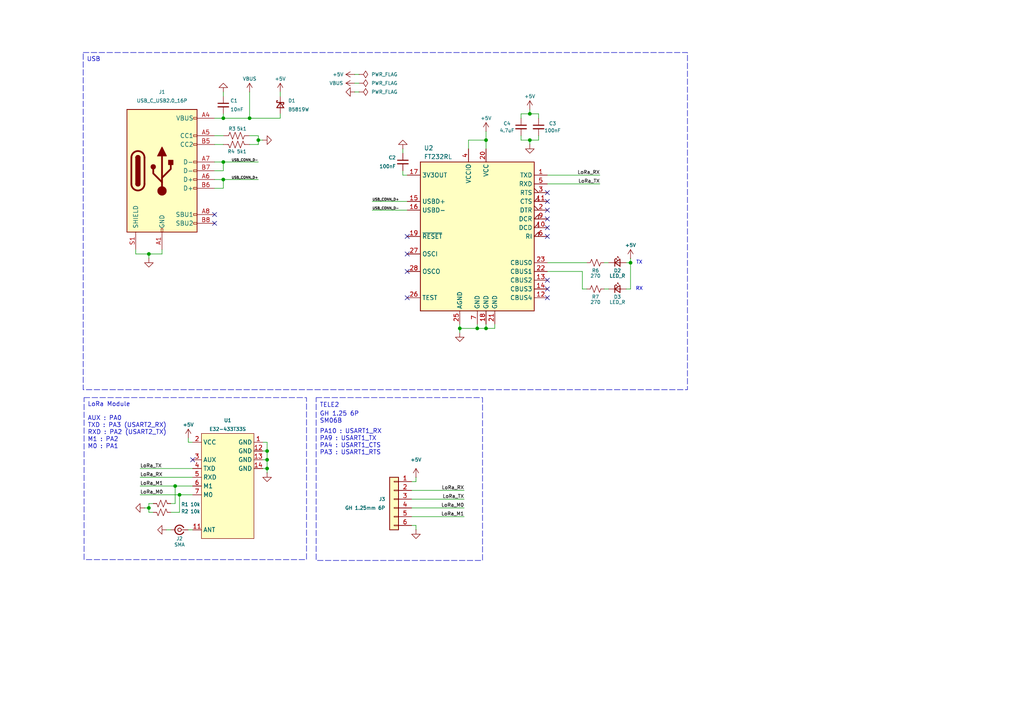
<source format=kicad_sch>
(kicad_sch (version 20250114) (generator "eeschema") (generator_version "9.0")
  (paper "A4")
  (title_block (title "LoRa TM") (date "2025-08-31") (rev "v3.0") (company "NARAE") (comment 1 "INHA Univ. Areo-modelling Club") (comment 2 "2025 UAV Project"))
  (lib_symbols
    (symbol "Connector:Conn_Coaxial_Small" (pin_numbers (hide yes)) (pin_names (offset 1.016) (hide yes))
      (property "Reference" "J" (at 0.254 3.048 0))
      (property "Value" "Conn_Coaxial_Small" (at 0 -3.81 0))
      (symbol "Conn_Coaxial_Small_0_1"
        (polyline (pts (xy -2.54 0) (xy -0.508 0)))
        (circle (center 0 0) (radius 0.508) (stroke (width 0.2032)))
      )
      (symbol "Conn_Coaxial_Small_1_1"
        (arc (start 1.3484 0.0039) (mid 0.327 -1.308) (end -1.1916 -0.6311) (stroke (width 0.3048)))
        (arc (start -1.1916 0.6311) (mid 0.327 1.3081) (end 1.3484 -0.0039) (stroke (width 0.3048)))
        (pin passive line (at -2.54 0 0) (length 1.27) (name "In") (number "1"))
        (pin passive line (at 2.54 0 180) (length 1.27) (name "Ext") (number "2"))
      )
    )
    (symbol "Connector:USB_C_Receptacle_USB2.0_16P" (pin_names (offset 1.016))
      (property "Reference" "J" (at 0 22.225 0))
      (property "Value" "USB_C_Receptacle_USB2.0_16P" (at 0 19.685 0))
      (symbol "USB_C_Receptacle_USB2.0_16P_0_0"
        (rectangle (start -0.254 -17.78) (end 0.254 -16.764))
        (rectangle (start 10.16 15.494) (end 9.144 14.986))
        (rectangle (start 10.16 10.414) (end 9.144 9.906))
        (rectangle (start 10.16 7.874) (end 9.144 7.366))
        (rectangle (start 10.16 2.794) (end 9.144 2.286))
        (rectangle (start 10.16 0.254) (end 9.144 -0.254))
        (rectangle (start 10.16 -2.286) (end 9.144 -2.794))
        (rectangle (start 10.16 -4.826) (end 9.144 -5.334))
        (rectangle (start 10.16 -12.446) (end 9.144 -12.954))
        (rectangle (start 10.16 -14.986) (end 9.144 -15.494))
      )
      (symbol "USB_C_Receptacle_USB2.0_16P_0_1"
        (rectangle (start -10.16 17.78) (end 10.16 -17.78) (stroke (width 0.254)) (fill (type background)))
        (polyline (pts (xy -8.89 -3.81) (xy -8.89 3.81)) (stroke (width 0.508)))
        (rectangle (start -7.62 -3.81) (end -6.35 3.81) (stroke (width 0.254)) (fill (type outline)))
        (arc (start -7.62 3.81) (mid -6.985 4.4423) (end -6.35 3.81) (stroke (width 0.254)))
        (arc (start -7.62 3.81) (mid -6.985 4.4423) (end -6.35 3.81) (stroke (width 0.254)) (fill (type outline)))
        (arc (start -8.89 3.81) (mid -6.985 5.7067) (end -5.08 3.81) (stroke (width 0.508)))
        (arc (start -5.08 -3.81) (mid -6.985 -5.7067) (end -8.89 -3.81) (stroke (width 0.508)))
        (arc (start -6.35 -3.81) (mid -6.985 -4.4423) (end -7.62 -3.81) (stroke (width 0.254)))
        (arc (start -6.35 -3.81) (mid -6.985 -4.4423) (end -7.62 -3.81) (stroke (width 0.254)) (fill (type outline)))
        (polyline (pts (xy -5.08 3.81) (xy -5.08 -3.81)) (stroke (width 0.508)))
        (circle (center -2.54 1.143) (radius 0.635) (stroke (width 0.254)) (fill (type outline)))
        (polyline (pts (xy -1.27 4.318) (xy 0 6.858) (xy 1.27 4.318) (xy -1.27 4.318)) (stroke (width 0.254)) (fill (type outline)))
        (polyline (pts (xy 0 -2.032) (xy 2.54 0.508) (xy 2.54 1.778)) (stroke (width 0.508)))
        (polyline (pts (xy 0 -3.302) (xy -2.54 -0.762) (xy -2.54 0.508)) (stroke (width 0.508)))
        (polyline (pts (xy 0 -5.842) (xy 0 4.318)) (stroke (width 0.508)))
        (circle (center 0 -5.842) (radius 1.27) (fill (type outline)))
        (rectangle (start 1.905 1.778) (end 3.175 3.048) (stroke (width 0.254)) (fill (type outline)))
      )
      (symbol "USB_C_Receptacle_USB2.0_16P_1_1"
        (pin passive line (at -7.62 -22.86 90) (length 5.08) (name "SHIELD") (number "S1"))
        (pin passive line (at 0 -22.86 90) (length 5.08) (name "GND") (number "A1"))
        (pin passive line (at 0 -22.86 90) (length 5.08) (hide yes) (name "GND") (number "A12"))
        (pin passive line (at 0 -22.86 90) (length 5.08) (hide yes) (name "GND") (number "B1"))
        (pin passive line (at 0 -22.86 90) (length 5.08) (hide yes) (name "GND") (number "B12"))
        (pin passive line (at 15.24 15.24 180) (length 5.08) (name "VBUS") (number "A4"))
        (pin passive line (at 15.24 15.24 180) (length 5.08) (hide yes) (name "VBUS") (number "A9"))
        (pin passive line (at 15.24 15.24 180) (length 5.08) (hide yes) (name "VBUS") (number "B4"))
        (pin passive line (at 15.24 15.24 180) (length 5.08) (hide yes) (name "VBUS") (number "B9"))
        (pin bidirectional line (at 15.24 10.16 180) (length 5.08) (name "CC1") (number "A5"))
        (pin bidirectional line (at 15.24 7.62 180) (length 5.08) (name "CC2") (number "B5"))
        (pin bidirectional line (at 15.24 2.54 180) (length 5.08) (name "D-") (number "A7"))
        (pin bidirectional line (at 15.24 0 180) (length 5.08) (name "D-") (number "B7"))
        (pin bidirectional line (at 15.24 -2.54 180) (length 5.08) (name "D+") (number "A6"))
        (pin bidirectional line (at 15.24 -5.08 180) (length 5.08) (name "D+") (number "B6"))
        (pin bidirectional line (at 15.24 -12.7 180) (length 5.08) (name "SBU1") (number "A8"))
        (pin bidirectional line (at 15.24 -15.24 180) (length 5.08) (name "SBU2") (number "B8"))
      )
    )
    (symbol "Connector_Generic:Conn_01x06" (pin_names (offset 1.016) (hide yes))
      (property "Reference" "J" (at 0 7.62 0))
      (property "Value" "Conn_01x06" (at 0 -10.16 0))
      (symbol "Conn_01x06_1_1"
        (rectangle (start -1.27 6.35) (end 1.27 -8.89) (stroke (width 0.254)) (fill (type background)))
        (rectangle (start -1.27 5.207) (end 0 4.953) (stroke (width 0.1524)))
        (rectangle (start -1.27 2.667) (end 0 2.413) (stroke (width 0.1524)))
        (rectangle (start -1.27 0.127) (end 0 -0.127) (stroke (width 0.1524)))
        (rectangle (start -1.27 -2.413) (end 0 -2.667) (stroke (width 0.1524)))
        (rectangle (start -1.27 -4.953) (end 0 -5.207) (stroke (width 0.1524)))
        (rectangle (start -1.27 -7.493) (end 0 -7.747) (stroke (width 0.1524)))
        (pin passive line (at -5.08 5.08 0) (length 3.81) (name "Pin_1") (number "1"))
        (pin passive line (at -5.08 2.54 0) (length 3.81) (name "Pin_2") (number "2"))
        (pin passive line (at -5.08 0 0) (length 3.81) (name "Pin_3") (number "3"))
        (pin passive line (at -5.08 -2.54 0) (length 3.81) (name "Pin_4") (number "4"))
        (pin passive line (at -5.08 -5.08 0) (length 3.81) (name "Pin_5") (number "5"))
        (pin passive line (at -5.08 -7.62 0) (length 3.81) (name "Pin_6") (number "6"))
      )
    )
    (symbol "Device:C_Small" (pin_numbers (hide yes)) (pin_names (offset 0.254) (hide yes))
      (property "Reference" "C" (at 0.254 1.778 0))
      (property "Value" "C_Small" (at 0.254 -2.032 0))
      (symbol "C_Small_0_1"
        (polyline (pts (xy -1.524 0.508) (xy 1.524 0.508)) (stroke (width 0.3048)))
        (polyline (pts (xy -1.524 -0.508) (xy 1.524 -0.508)) (stroke (width 0.3302)))
      )
      (symbol "C_Small_1_1"
        (pin passive line (at 0 2.54 270) (length 2.032) (name "~") (number "1"))
        (pin passive line (at 0 -2.54 90) (length 2.032) (name "~") (number "2"))
      )
    )
    (symbol "Device:D_Schottky_Small" (pin_numbers (hide yes)) (pin_names (offset 0.254) (hide yes))
      (property "Reference" "D" (at -1.27 2.032 0))
      (property "Value" "D_Schottky_Small" (at -7.112 -2.032 0))
      (symbol "D_Schottky_Small_0_1"
        (polyline (pts (xy -1.27 0.762) (xy -1.27 1.016) (xy -0.762 1.016) (xy -0.762 -1.016) (xy -0.254 -1.016) (xy -0.254 -0.762)) (stroke (width 0.254)))
        (polyline (pts (xy -0.762 0) (xy 0.762 0)))
        (polyline (pts (xy 0.762 -1.016) (xy -0.762 0) (xy 0.762 1.016) (xy 0.762 -1.016)) (stroke (width 0.254)))
      )
      (symbol "D_Schottky_Small_1_1"
        (pin passive line (at -2.54 0 0) (length 1.778) (name "K") (number "1"))
        (pin passive line (at 2.54 0 180) (length 1.778) (name "A") (number "2"))
      )
    )
    (symbol "Device:LED_Small" (pin_numbers (hide yes)) (pin_names (offset 0.254) (hide yes))
      (property "Reference" "D" (at -1.27 3.175 0))
      (property "Value" "LED_Small" (at -4.445 -2.54 0))
      (symbol "LED_Small_0_1"
        (polyline (pts (xy -0.762 -1.016) (xy -0.762 1.016)) (stroke (width 0.254)))
        (polyline (pts (xy 0 0.762) (xy -0.508 1.27) (xy -0.254 1.27) (xy -0.508 1.27) (xy -0.508 1.016)))
        (polyline (pts (xy 0.508 1.27) (xy 0 1.778) (xy 0.254 1.778) (xy 0 1.778) (xy 0 1.524)))
        (polyline (pts (xy 0.762 -1.016) (xy -0.762 0) (xy 0.762 1.016) (xy 0.762 -1.016)) (stroke (width 0.254)))
        (polyline (pts (xy 1.016 0) (xy -0.762 0)))
      )
      (symbol "LED_Small_1_1"
        (pin passive line (at -2.54 0 0) (length 1.778) (name "K") (number "1"))
        (pin passive line (at 2.54 0 180) (length 1.778) (name "A") (number "2"))
      )
    )
    (symbol "Device:R_Small_US" (pin_numbers (hide yes)) (pin_names (offset 0.254) (hide yes))
      (property "Reference" "R" (at 0.762 0.508 0))
      (property "Value" "R_Small_US" (at 0.762 -1.016 0))
      (symbol "R_Small_US_1_1"
        (polyline (pts (xy 0 1.524) (xy 1.016 1.143) (xy 0 0.762) (xy -1.016 0.381) (xy 0 0)))
        (polyline (pts (xy 0 0) (xy 1.016 -0.381) (xy 0 -0.762) (xy -1.016 -1.143) (xy 0 -1.524)))
        (pin passive line (at 0 2.54 270) (length 1.016) (name "~") (number "1"))
        (pin passive line (at 0 -2.54 90) (length 1.016) (name "~") (number "2"))
      )
    )
    (symbol "Device:R_US" (pin_numbers (hide yes)) (pin_names (offset 0))
      (property "Reference" "R" (at 2.54 0 90))
      (property "Value" "R_US" (at -2.54 0 90))
      (symbol "R_US_0_1"
        (polyline (pts (xy 0 2.286) (xy 0 2.54)))
        (polyline (pts (xy 0 2.286) (xy 1.016 1.905) (xy 0 1.524) (xy -1.016 1.143) (xy 0 0.762)))
        (polyline (pts (xy 0 0.762) (xy 1.016 0.381) (xy 0 0) (xy -1.016 -0.381) (xy 0 -0.762)))
        (polyline (pts (xy 0 -0.762) (xy 1.016 -1.143) (xy 0 -1.524) (xy -1.016 -1.905) (xy 0 -2.286)))
        (polyline (pts (xy 0 -2.286) (xy 0 -2.54)))
      )
      (symbol "R_US_1_1"
        (pin passive line (at 0 3.81 270) (length 1.27) (name "~") (number "1"))
        (pin passive line (at 0 -3.81 90) (length 1.27) (name "~") (number "2"))
      )
    )
    (symbol "E32-XXXT33S:E32-433T33S"
      (property "Reference" "U" (at 0 19.304 0))
      (property "Value" "E32-433T33S" (at 0 16.764 0))
      (symbol "E32-433T33S_1_1"
        (rectangle (start -7.62 15.24) (end 7.62 -15.24) (fill (type background)))
        (pin power_in line (at -10.16 12.7 0) (length 2.54) (name "VCC") (number "2"))
        (pin bidirectional line (at -10.16 7.62 0) (length 2.54) (name "AUX") (number "3"))
        (pin bidirectional line (at -10.16 5.08 0) (length 2.54) (name "TXD") (number "4"))
        (pin bidirectional line (at -10.16 2.54 0) (length 2.54) (name "RXD") (number "5"))
        (pin bidirectional line (at -10.16 0 0) (length 2.54) (name "M1") (number "6"))
        (pin bidirectional line (at -10.16 -2.54 0) (length 2.54) (name "M0") (number "7"))
        (pin bidirectional line (at -10.16 -12.7 0) (length 2.54) (name "ANT") (number "11"))
        (pin power_in line (at 10.16 12.7 180) (length 2.54) (name "GND") (number "1"))
        (pin power_in line (at 10.16 10.16 180) (length 2.54) (name "GND") (number "12"))
        (pin power_in line (at 10.16 7.62 180) (length 2.54) (name "GND") (number "13"))
        (pin power_in line (at 10.16 5.08 180) (length 2.54) (name "GND") (number "14"))
        (pin no_connect line (at 10.16 2.54 180) (length 2.54) (hide yes) (name "PB0") (number "18"))
        (pin no_connect line (at 10.16 0 180) (length 2.54) (hide yes) (name "PB1") (number "19"))
        (pin no_connect line (at 10.16 -2.54 180) (length 2.54) (hide yes) (name "PB3") (number "20"))
        (pin no_connect line (at 10.16 -5.08 180) (length 2.54) (hide yes) (name "+3.3V") (number "21"))
        (pin no_connect line (at 10.16 -7.62 180) (length 2.54) (hide yes) (name "SWIM") (number "22"))
        (pin no_connect line (at 10.16 -10.16 180) (length 2.54) (hide yes) (name "GND") (number "23"))
        (pin no_connect line (at 10.16 -12.7 180) (length 2.54) (hide yes) (name "RESET") (number "24"))
      )
    )
    (symbol "Interface_USB:FT232RL"
      (property "Reference" "U" (at -16.51 22.86 0))
      (property "Value" "FT232RL" (at 10.16 22.86 0))
      (symbol "FT232RL_0_1"
        (rectangle (start -16.51 21.59) (end 16.51 -21.59) (stroke (width 0.254)) (fill (type background)))
      )
      (symbol "FT232RL_1_1"
        (pin power_out line (at -20.32 17.78 0) (length 3.81) (name "3V3OUT") (number "17"))
        (pin bidirectional line (at -20.32 10.16 0) (length 3.81) (name "USBD+") (number "15"))
        (pin bidirectional line (at -20.32 7.62 0) (length 3.81) (name "USBD-") (number "16"))
        (pin input line (at -20.32 0 0) (length 3.81) (name "~{RESET}") (number "19"))
        (pin input line (at -20.32 -5.08 0) (length 3.81) (name "OSCI") (number "27"))
        (pin output line (at -20.32 -10.16 0) (length 3.81) (name "OSCO") (number "28"))
        (pin input line (at -20.32 -17.78 0) (length 3.81) (name "TEST") (number "26"))
        (pin power_in line (at -5.08 -25.4 90) (length 3.81) (name "AGND") (number "25"))
        (pin power_in line (at -2.54 25.4 270) (length 3.81) (name "VCCIO") (number "4"))
        (pin power_in line (at 0 -25.4 90) (length 3.81) (name "GND") (number "7"))
        (pin power_in line (at 2.54 25.4 270) (length 3.81) (name "VCC") (number "20"))
        (pin power_in line (at 2.54 -25.4 90) (length 3.81) (name "GND") (number "18"))
        (pin power_in line (at 5.08 -25.4 90) (length 3.81) (name "GND") (number "21"))
        (pin output line (at 20.32 17.78 180) (length 3.81) (name "TXD") (number "1"))
        (pin input line (at 20.32 15.24 180) (length 3.81) (name "RXD") (number "5"))
        (pin output output_low (at 20.32 12.7 180) (length 3.81) (name "RTS") (number "3"))
        (pin input input_low (at 20.32 10.16 180) (length 3.81) (name "CTS") (number "11"))
        (pin output output_low (at 20.32 7.62 180) (length 3.81) (name "DTR") (number "2"))
        (pin input input_low (at 20.32 5.08 180) (length 3.81) (name "DCR") (number "9"))
        (pin input input_low (at 20.32 2.54 180) (length 3.81) (name "DCD") (number "10"))
        (pin input input_low (at 20.32 0 180) (length 3.81) (name "RI") (number "6"))
        (pin bidirectional line (at 20.32 -7.62 180) (length 3.81) (name "CBUS0") (number "23"))
        (pin bidirectional line (at 20.32 -10.16 180) (length 3.81) (name "CBUS1") (number "22"))
        (pin bidirectional line (at 20.32 -12.7 180) (length 3.81) (name "CBUS2") (number "13"))
        (pin bidirectional line (at 20.32 -15.24 180) (length 3.81) (name "CBUS3") (number "14"))
        (pin bidirectional line (at 20.32 -17.78 180) (length 3.81) (name "CBUS4") (number "12"))
      )
    )
    (symbol "power:+5V" (power) (pin_numbers (hide yes)) (pin_names (offset 0) (hide yes))
      (property "Value" "+5V" (at 0 3.556 0))
      (symbol "+5V_0_1"
        (polyline (pts (xy -0.762 1.27) (xy 0 2.54)))
        (polyline (pts (xy 0 2.54) (xy 0.762 1.27)))
        (polyline (pts (xy 0 0) (xy 0 2.54)))
      )
      (symbol "+5V_1_1"
        (pin power_in line (at 0 0 90) (length 0) (name "~") (number "1"))
      )
    )
    (symbol "power:GND" (power) (pin_numbers (hide yes)) (pin_names (offset 0) (hide yes))
      (property "Value" "GND" (at 0 -3.81 0))
      (symbol "GND_0_1"
        (polyline (pts (xy 0 0) (xy 0 -1.27) (xy 1.27 -1.27) (xy 0 -2.54) (xy -1.27 -1.27) (xy 0 -1.27)))
      )
      (symbol "GND_1_1"
        (pin power_in line (at 0 0 270) (length 0) (name "~") (number "1"))
      )
    )
    (symbol "power:PWR_FLAG" (power) (pin_numbers (hide yes)) (pin_names (offset 0) (hide yes))
      (property "Value" "PWR_FLAG" (at 0 3.81 0))
      (symbol "PWR_FLAG_0_0"
        (pin power_out line (at 0 0 90) (length 0) (name "~") (number "1"))
      )
      (symbol "PWR_FLAG_0_1"
        (polyline (pts (xy 0 0) (xy 0 1.27) (xy -1.016 1.905) (xy 0 2.54) (xy 1.016 1.905) (xy 0 1.27)))
      )
    )
    (symbol "power:VBUS" (power) (pin_numbers (hide yes)) (pin_names (offset 0) (hide yes))
      (property "Value" "VBUS" (at 0 3.556 0))
      (symbol "VBUS_0_1"
        (polyline (pts (xy -0.762 1.27) (xy 0 2.54)))
        (polyline (pts (xy 0 2.54) (xy 0.762 1.27)))
        (polyline (pts (xy 0 0) (xy 0 2.54)))
      )
      (symbol "VBUS_1_1"
        (pin power_in line (at 0 0 90) (length 0) (name "~") (number "1"))
      )
    )
  )
  (rectangle (start 24.384 115.316) (end 88.9 162.306) (stroke (width 0) (type dash)))
  (rectangle (start 24.13 15.24) (end 199.39 113.03) (stroke (width 0) (type dash)))
  (rectangle (start 91.694 115.316) (end 139.954 162.56) (stroke (width 0) (type dash)))
  (text "RX" (at 185.42 83.82 0) (effects (font (size 1 1))))
  (text "TELE2" (at 92.71 116.84 0) (effects (font (size 1.27 1.27)) (justify left top)))
  (text "AUX : PA0\nTXD : PA3 (USART2_RX)\nRXD : PA2 (USART2_TX)\nM1 : PA2\nM0 : PA1" (at 25.4 120.65 0) (effects (font (size 1.27 1.27)) (justify left top)))
  (text "GH 1.25 6P\nSM06B" (at 92.71 119.38 0) (effects (font (size 1.27 1.27)) (justify left top)))
  (text "USB" (at 25.146 18.034 0) (effects (font (size 1.27 1.27)) (justify left bottom)))
  (text "PA10 : USART1_RX\nPA9 : USART1_TX\nPA4 : USART1_CTS\nPA3 : USART1_RTS" (at 92.71 124.46 0) (effects (font (size 1.27 1.27)) (justify left top)))
  (text "LoRa Module" (at 25.4 118.11 0) (effects (font (size 1.27 1.27)) (justify left bottom)))
  (text "TX" (at 185.42 76.2 0) (effects (font (size 1 1))))
  (junction (at 52.07 143.51))
  (junction (at 77.47 133.35))
  (junction (at 74.93 40.64))
  (junction (at 64.77 52.07))
  (junction (at 77.47 130.81))
  (junction (at 182.88 76.2))
  (junction (at 140.97 40.64))
  (junction (at 43.18 147.32))
  (junction (at 50.8 140.97))
  (junction (at 133.35 95.25))
  (junction (at 64.77 34.29))
  (junction (at 140.97 95.25))
  (junction (at 77.47 135.89))
  (junction (at 43.18 73.66))
  (junction (at 64.77 46.99))
  (junction (at 72.39 34.29))
  (junction (at 153.67 40.64))
  (junction (at 138.43 95.25))
  (junction (at 153.67 33.02))
  (no_connect (at 158.75 66.04))
  (no_connect (at 158.75 63.5))
  (no_connect (at 158.75 58.42))
  (no_connect (at 158.75 81.28))
  (no_connect (at 118.11 78.74))
  (no_connect (at 158.75 83.82))
  (no_connect (at 118.11 73.66))
  (no_connect (at 158.75 86.36))
  (no_connect (at 62.23 64.77))
  (no_connect (at 55.88 133.35))
  (no_connect (at 62.23 62.23))
  (no_connect (at 158.75 55.88))
  (no_connect (at 118.11 86.36))
  (no_connect (at 118.11 68.58))
  (no_connect (at 158.75 60.96))
  (no_connect (at 158.75 68.58))
  (wire (pts (xy 48.26 153.67) (xy 49.53 153.67)))
  (wire (pts (xy 77.47 135.89) (xy 77.47 137.16)))
  (wire (pts (xy 119.38 149.86) (xy 134.62 149.86)))
  (wire (pts (xy 76.2 128.27) (xy 77.47 128.27)))
  (wire (pts (xy 181.61 76.2) (xy 182.88 76.2)))
  (wire (pts (xy 151.13 39.37) (xy 151.13 40.64)))
  (wire (pts (xy 153.67 40.64) (xy 153.67 41.91)))
  (wire (pts (xy 62.23 54.61) (xy 64.77 54.61)))
  (wire (pts (xy 116.84 50.8) (xy 118.11 50.8)))
  (wire (pts (xy 140.97 40.64) (xy 140.97 43.18)))
  (wire (pts (xy 102.87 24.13) (xy 104.14 24.13)))
  (wire (pts (xy 72.39 41.91) (xy 74.93 41.91)))
  (wire (pts (xy 135.89 40.64) (xy 135.89 43.18)))
  (wire (pts (xy 168.91 78.74) (xy 168.91 83.82)))
  (wire (pts (xy 62.23 52.07) (xy 64.77 52.07)))
  (wire (pts (xy 151.13 33.02) (xy 153.67 33.02)))
  (wire (pts (xy 43.18 148.59) (xy 44.45 148.59)))
  (wire (pts (xy 76.2 130.81) (xy 77.47 130.81)))
  (wire (pts (xy 43.18 147.32) (xy 43.18 148.59)))
  (wire (pts (xy 52.07 148.59) (xy 52.07 143.51)))
  (wire (pts (xy 46.99 72.39) (xy 46.99 73.66)))
  (wire (pts (xy 119.38 142.24) (xy 134.62 142.24)))
  (wire (pts (xy 140.97 93.98) (xy 140.97 95.25)))
  (wire (pts (xy 138.43 93.98) (xy 138.43 95.25)))
  (wire (pts (xy 107.95 60.96) (xy 118.11 60.96)))
  (wire (pts (xy 143.51 93.98) (xy 143.51 95.25)))
  (wire (pts (xy 158.75 78.74) (xy 168.91 78.74)))
  (wire (pts (xy 76.2 135.89) (xy 77.47 135.89)))
  (wire (pts (xy 64.77 46.99) (xy 74.93 46.99)))
  (wire (pts (xy 62.23 39.37) (xy 64.77 39.37)))
  (wire (pts (xy 62.23 46.99) (xy 64.77 46.99)))
  (wire (pts (xy 173.99 50.8) (xy 158.75 50.8)))
  (wire (pts (xy 72.39 39.37) (xy 74.93 39.37)))
  (wire (pts (xy 77.47 130.81) (xy 77.47 128.27)))
  (wire (pts (xy 102.87 26.67) (xy 104.14 26.67)))
  (wire (pts (xy 77.47 135.89) (xy 77.47 133.35)))
  (wire (pts (xy 54.61 153.67) (xy 55.88 153.67)))
  (wire (pts (xy 81.28 33.02) (xy 81.28 34.29)))
  (wire (pts (xy 40.64 135.89) (xy 55.88 135.89)))
  (wire (pts (xy 173.99 53.34) (xy 158.75 53.34)))
  (wire (pts (xy 119.38 139.7) (xy 120.65 139.7)))
  (wire (pts (xy 81.28 26.67) (xy 81.28 27.94)))
  (wire (pts (xy 43.18 73.66) (xy 46.99 73.66)))
  (wire (pts (xy 40.64 138.43) (xy 55.88 138.43)))
  (wire (pts (xy 153.67 33.02) (xy 156.21 33.02)))
  (wire (pts (xy 133.35 93.98) (xy 133.35 95.25)))
  (wire (pts (xy 133.35 95.25) (xy 133.35 96.52)))
  (wire (pts (xy 156.21 33.02) (xy 156.21 34.29)))
  (wire (pts (xy 54.61 128.27) (xy 55.88 128.27)))
  (wire (pts (xy 77.47 133.35) (xy 77.47 130.81)))
  (wire (pts (xy 153.67 31.75) (xy 153.67 33.02)))
  (wire (pts (xy 138.43 95.25) (xy 140.97 95.25)))
  (wire (pts (xy 54.61 127) (xy 54.61 128.27)))
  (wire (pts (xy 64.77 46.99) (xy 64.77 49.53)))
  (wire (pts (xy 120.65 138.43) (xy 120.65 139.7)))
  (wire (pts (xy 64.77 34.29) (xy 72.39 34.29)))
  (wire (pts (xy 102.87 21.59) (xy 104.14 21.59)))
  (wire (pts (xy 72.39 26.67) (xy 72.39 34.29)))
  (wire (pts (xy 41.91 147.32) (xy 43.18 147.32)))
  (wire (pts (xy 170.18 83.82) (xy 168.91 83.82)))
  (wire (pts (xy 40.64 143.51) (xy 52.07 143.51)))
  (wire (pts (xy 107.95 58.42) (xy 118.11 58.42)))
  (wire (pts (xy 74.93 39.37) (xy 74.93 40.64)))
  (wire (pts (xy 62.23 49.53) (xy 64.77 49.53)))
  (wire (pts (xy 135.89 40.64) (xy 140.97 40.64)))
  (wire (pts (xy 49.53 146.05) (xy 50.8 146.05)))
  (wire (pts (xy 119.38 147.32) (xy 134.62 147.32)))
  (wire (pts (xy 182.88 76.2) (xy 182.88 83.82)))
  (wire (pts (xy 153.67 40.64) (xy 156.21 40.64)))
  (wire (pts (xy 39.37 72.39) (xy 39.37 73.66)))
  (wire (pts (xy 176.53 83.82) (xy 175.26 83.82)))
  (wire (pts (xy 50.8 140.97) (xy 55.88 140.97)))
  (wire (pts (xy 116.84 49.53) (xy 116.84 50.8)))
  (wire (pts (xy 74.93 40.64) (xy 76.2 40.64)))
  (wire (pts (xy 64.77 33.02) (xy 64.77 34.29)))
  (wire (pts (xy 119.38 152.4) (xy 120.65 152.4)))
  (wire (pts (xy 74.93 40.64) (xy 74.93 41.91)))
  (wire (pts (xy 62.23 34.29) (xy 64.77 34.29)))
  (wire (pts (xy 151.13 33.02) (xy 151.13 34.29)))
  (wire (pts (xy 62.23 41.91) (xy 64.77 41.91)))
  (wire (pts (xy 182.88 83.82) (xy 181.61 83.82)))
  (wire (pts (xy 76.2 133.35) (xy 77.47 133.35)))
  (wire (pts (xy 64.77 52.07) (xy 74.93 52.07)))
  (wire (pts (xy 39.37 73.66) (xy 43.18 73.66)))
  (wire (pts (xy 50.8 146.05) (xy 50.8 140.97)))
  (wire (pts (xy 64.77 26.67) (xy 64.77 27.94)))
  (wire (pts (xy 133.35 95.25) (xy 138.43 95.25)))
  (wire (pts (xy 156.21 39.37) (xy 156.21 40.64)))
  (wire (pts (xy 176.53 76.2) (xy 175.26 76.2)))
  (wire (pts (xy 182.88 74.93) (xy 182.88 76.2)))
  (wire (pts (xy 140.97 38.1) (xy 140.97 40.64)))
  (wire (pts (xy 140.97 95.25) (xy 143.51 95.25)))
  (wire (pts (xy 64.77 52.07) (xy 64.77 54.61)))
  (wire (pts (xy 72.39 34.29) (xy 81.28 34.29)))
  (wire (pts (xy 43.18 146.05) (xy 43.18 147.32)))
  (wire (pts (xy 116.84 43.18) (xy 116.84 44.45)))
  (wire (pts (xy 158.75 76.2) (xy 170.18 76.2)))
  (wire (pts (xy 44.45 146.05) (xy 43.18 146.05)))
  (wire (pts (xy 120.65 152.4) (xy 120.65 153.67)))
  (wire (pts (xy 49.53 148.59) (xy 52.07 148.59)))
  (wire (pts (xy 43.18 73.66) (xy 43.18 74.93)))
  (wire (pts (xy 52.07 143.51) (xy 55.88 143.51)))
  (wire (pts (xy 153.67 40.64) (xy 151.13 40.64)))
  (wire (pts (xy 119.38 144.78) (xy 134.62 144.78)))
  (wire (pts (xy 40.64 140.97) (xy 50.8 140.97)))
  (label "USB_CONN_D+" (at 107.95 58.42 0) (effects (font (size 0.7 0.7))))
  (label "USB_CONN_D-" (at 74.93 46.99 180) (effects (font (size 0.7 0.7))))
  (label "USB_CONN_D+" (at 74.93 52.07 180) (effects (font (size 0.7 0.7))))
  (label "LoRa_M1" (at 40.64 140.97 0) (effects (font (size 1 1))))
  (label "LoRa_TX" (at 134.62 144.78 180) (effects (font (size 1 1))))
  (label "LoRa_M1" (at 134.62 149.86 180) (effects (font (size 1 1))))
  (label "LoRa_RX" (at 40.64 138.43 0) (effects (font (size 1 1))))
  (label "LoRa_RX" (at 173.99 50.8 180) (effects (font (size 1 1))))
  (label "LoRa_TX" (at 40.64 135.89 0) (effects (font (size 1 1))))
  (label "USB_CONN_D-" (at 107.95 60.96 0) (effects (font (size 0.7 0.7))))
  (label "LoRa_RX" (at 134.62 142.24 180) (effects (font (size 1 1))))
  (label "LoRa_M0" (at 134.62 147.32 180) (effects (font (size 1 1))))
  (label "LoRa_TX" (at 173.99 53.34 180) (effects (font (size 1 1))))
  (label "LoRa_M0" (at 40.64 143.51 0) (effects (font (size 1 1))))
  (symbol (lib_id "power:GND") (at 77.47 137.16 0) (mirror y) (unit 1)
    (property "Reference" "#PWR08" (effects (hide yes)))
    (property "Value" "GND" (effects (hide yes)))
    (property "Description" "Power symbol creates a global label with name \"GND\" , ground" (effects (hide yes)))
  )
  (symbol (lib_id "Device:C_Small") (at 151.13 36.83 0) (mirror y) (unit 1)
    (property "Reference" "C4" (at 147.066 35.814 0) (effects (font (size 1 1))))
    (property "Value" "4.7uF" (at 147.066 37.846 0) (effects (font (size 1 1))))
    (property "Footprint" "Capacitor_SMD:C_0603_1608Metric" (effects (hide yes)))
    (property "Description" "Unpolarized capacitor, small symbol" (effects (hide yes)))
    (property "LCSC" "C1705" (effects (hide yes)))
  )
  (symbol (lib_id "Connector_Generic:Conn_01x06") (at 114.3 144.78 0) (mirror y) (unit 1)
    (property "Reference" "J3" (at 111.76 144.78 0) (effects (font (size 1 1)) (justify left)))
    (property "Value" "GH 1.25mm 6P" (at 111.76 147.32 0) (effects (font (size 1 1)) (justify left)))
    (property "Footprint" "JST_GH:JST_GH_SM06B-GHS-TB_06x1.25mm_Angled" (effects (hide yes)))
    (property "Description" "Generic connector, single row, 01x06, script generated (kicad-library-utils/schlib/autogen/connector/)" (effects (hide yes)))
    (property "LCSC" " C133065" (effects (hide yes)))
  )
  (symbol (lib_id "Device:LED_Small") (at 179.07 83.82 0) (unit 1)
    (property "Reference" "D3" (at 179.07 86.106 0) (effects (font (size 1 1))))
    (property "Value" "LED_R" (at 179.07 87.63 0) (effects (font (size 1 1))))
    (property "Footprint" "LED_SMD:LED_0603_1608Metric" (effects (hide yes)))
    (property "Description" "Light emitting diode, small symbol" (effects (hide yes)))
    (property "LCSC" "C2286" (effects (hide yes)))
    (property "Sim.Pin" "1=K 2=A" (effects (hide yes)))
  )
  (symbol (lib_id "power:+5V") (at 54.61 127 0) (mirror y) (unit 1)
    (property "Reference" "#PWR04" (effects (hide yes)))
    (property "Value" "+5V" (at 54.61 123.19 0) (effects (font (size 1 1))))
    (property "Description" "Power symbol creates a global label with name \"+5V\"" (effects (hide yes)))
  )
  (symbol (lib_id "Interface_USB:FT232RL") (at 138.43 68.58 0) (unit 1)
    (property "Reference" "U2" (at 122.936 42.926 0) (effects (justify left)))
    (property "Value" "FT232RL" (at 122.936 45.466 0) (effects (justify left)))
    (property "Footprint" "Package_SO:SSOP-28_5.3x10.2mm_P0.65mm" (effects (hide yes)))
    (property "Datasheet" "https://www.ftdichip.com/Support/Documents/DataSheets/ICs/DS_FT232R.pdf" (effects (hide yes)))
    (property "Description" "USB to Serial Interface, SSOP-28" (effects (hide yes)))
    (property "LCSC" " C8690" (effects (hide yes)))
  )
  (symbol (lib_id "Device:C_Small") (at 116.84 46.99 0) (mirror y) (unit 1)
    (property "Reference" "C2" (at 114.808 45.72 0) (effects (font (size 1 1)) (justify left)))
    (property "Value" "100nF" (at 114.808 48.26 0) (effects (font (size 1 1)) (justify left)))
    (property "Footprint" "Capacitor_SMD:C_0603_1608Metric" (effects (hide yes)))
    (property "Description" "Unpolarized capacitor, small symbol" (effects (hide yes)))
    (property "LCSC" "C1590" (effects (hide yes)))
  )
  (symbol (lib_id "power:PWR_FLAG") (at 104.14 26.67 270) (unit 1)
    (property "Reference" "#FLG03" (effects (hide yes)))
    (property "Value" "PWR_FLAG" (at 111.506 26.67 90) (effects (font (size 1 1))))
    (property "Description" "Special symbol for telling ERC where power comes from" (effects (hide yes)))
  )
  (symbol (lib_id "power:GND") (at 48.26 153.67 270) (mirror x) (unit 1)
    (property "Reference" "#PWR03" (effects (hide yes)))
    (property "Value" "GND" (effects (hide yes)))
    (property "Description" "Power symbol creates a global label with name \"GND\" , ground" (effects (hide yes)))
  )
  (symbol (lib_id "E32-XXXT33S:E32-433T33S") (at 66.04 140.97 0) (unit 1)
    (property "Reference" "U1" (at 66.04 121.92 0) (effects (font (size 1 1))))
    (property "Value" "E32-433T33S" (at 66.04 124.46 0) (effects (font (size 1 1))))
    (property "Footprint" "E32-XXXT33S:E22-XXXT33S" (effects (hide yes)))
    (property "Datasheet" "kicad-embed://E22-900T33S_UserManual_EN_v1.4.pdf" (effects (hide yes)))
    (property "Description" "Ebyte E22-900T33S" (effects (hide yes)))
  )
  (symbol (lib_id "Device:R_Small_US") (at 172.72 76.2 270) (unit 1)
    (property "Reference" "R6" (at 172.72 78.486 90) (effects (font (size 1 1))))
    (property "Value" "270" (at 172.72 80.01 90) (effects (font (size 1 1))))
    (property "Footprint" "Resistor_SMD:R_0603_1608Metric" (effects (hide yes)))
    (property "Description" "Resistor, small US symbol" (effects (hide yes)))
    (property "LCSC" " C22966" (effects (hide yes)))
  )
  (symbol (lib_id "power:GND") (at 102.87 26.67 270) (unit 1)
    (property "Reference" "#PWR012" (effects (hide yes)))
    (property "Value" "GND" (effects (hide yes)))
    (property "Description" "Power symbol creates a global label with name \"GND\" , ground" (effects (hide yes)))
  )
  (symbol (lib_id "Device:D_Schottky_Small") (at 81.28 30.48 90) (mirror x) (unit 1)
    (property "Reference" "D1" (at 83.566 29.21 90) (effects (font (size 1 1)) (justify right)))
    (property "Value" "B5819W" (at 83.566 31.75 90) (effects (font (size 1 1)) (justify right)))
    (property "Footprint" "Diode_SMD:D_SOD-323" (effects (hide yes)))
    (property "Description" "Schottky diode, small symbol" (effects (hide yes)))
    (property "LCSC" "C64885" (effects (hide yes)))
  )
  (symbol (lib_id "power:PWR_FLAG") (at 104.14 21.59 270) (unit 1)
    (property "Reference" "#FLG01" (effects (hide yes)))
    (property "Value" "PWR_FLAG" (at 111.506 21.59 90) (effects (font (size 1 1))))
    (property "Description" "Special symbol for telling ERC where power comes from" (effects (hide yes)))
  )
  (symbol (lib_id "Device:C_Small") (at 64.77 30.48 0) (unit 1)
    (property "Reference" "C1" (at 66.802 29.21 0) (effects (font (size 1 1)) (justify left)))
    (property "Value" "10nF" (at 66.802 31.75 0) (effects (font (size 1 1)) (justify left)))
    (property "Footprint" "Capacitor_SMD:C_0603_1608Metric" (effects (hide yes)))
    (property "Description" "Unpolarized capacitor, small symbol" (effects (hide yes)))
    (property "LCSC" "C1589" (effects (hide yes)))
  )
  (symbol (lib_id "power:+5V") (at 102.87 21.59 90) (mirror x) (unit 1)
    (property "Reference" "#PWR010" (effects (hide yes)))
    (property "Value" "+5V" (at 98.044 21.59 90) (effects (font (size 1 1))))
    (property "Description" "Power symbol creates a global label with name \"+5V\"" (effects (hide yes)))
  )
  (symbol (lib_id "Device:R_Small_US") (at 172.72 83.82 270) (unit 1)
    (property "Reference" "R7" (at 172.72 86.106 90) (effects (font (size 1 1))))
    (property "Value" "270" (at 172.72 87.63 90) (effects (font (size 1 1))))
    (property "Footprint" "Resistor_SMD:R_0603_1608Metric" (effects (hide yes)))
    (property "Description" "Resistor, small US symbol" (effects (hide yes)))
    (property "LCSC" " C22966" (effects (hide yes)))
  )
  (symbol (lib_id "power:+5V") (at 140.97 38.1 0) (mirror y) (unit 1)
    (property "Reference" "#PWR019" (effects (hide yes)))
    (property "Value" "+5V" (at 140.97 34.29 0) (effects (font (size 1 1))))
    (property "Description" "Power symbol creates a global label with name \"+5V\"" (effects (hide yes)))
  )
  (symbol (lib_id "power:GND") (at 43.18 74.93 0) (unit 1)
    (property "Reference" "#PWR02" (effects (hide yes)))
    (property "Value" "GND" (effects (hide yes)))
    (property "Description" "Power symbol creates a global label with name \"GND\" , ground" (effects (hide yes)))
  )
  (symbol (lib_id "Device:R_Small_US") (at 46.99 148.59 270) (mirror x) (unit 1)
    (property "Reference" "R2" (at 53.594 148.336 90) (effects (font (size 1 1))))
    (property "Value" "10k" (at 56.642 148.336 90) (effects (font (size 1 1))))
    (property "Footprint" "Resistor_SMD:R_0603_1608Metric" (effects (hide yes)))
    (property "Description" "Resistor, small US symbol" (effects (hide yes)))
    (property "LCSC" "C15401" (effects (hide yes)))
  )
  (symbol (lib_id "power:+5V") (at 182.88 74.93 0) (mirror y) (unit 1)
    (property "Reference" "#PWR022" (effects (hide yes)))
    (property "Value" "+5V" (at 182.88 71.12 0) (effects (font (size 1 1))))
    (property "Description" "Power symbol creates a global label with name \"+5V\"" (effects (hide yes)))
  )
  (symbol (lib_id "Device:R_US") (at 68.58 41.91 90) (mirror x) (unit 1)
    (property "Reference" "R4" (at 67.056 43.942 90) (effects (font (size 1 1))))
    (property "Value" "5k1" (at 70.104 43.942 90) (effects (font (size 1 1))))
    (property "Footprint" "Resistor_SMD:R_0603_1608Metric" (effects (hide yes)))
    (property "Description" "Resistor, US symbol" (effects (hide yes)))
    (property "LCSC" "C14677" (effects (hide yes)))
  )
  (symbol (lib_id "Device:LED_Small") (at 179.07 76.2 0) (unit 1)
    (property "Reference" "D2" (at 179.07 78.486 0) (effects (font (size 1 1))))
    (property "Value" "LED_R" (at 179.07 80.01 0) (effects (font (size 1 1))))
    (property "Footprint" "LED_SMD:LED_0603_1608Metric" (effects (hide yes)))
    (property "Description" "Light emitting diode, small symbol" (effects (hide yes)))
    (property "LCSC" "C2286" (effects (hide yes)))
    (property "Sim.Pin" "1=K 2=A" (effects (hide yes)))
  )
  (symbol (lib_id "Connector:Conn_Coaxial_Small") (at 52.07 153.67 180) (unit 1)
    (property "Reference" "J2" (at 52.07 156.21 0) (effects (font (size 1 1))))
    (property "Value" "SMA" (at 52.07 157.988 0) (effects (font (size 1 1))))
    (property "Footprint" "SMA:SMA_EdgeMount" (effects (hide yes)))
    (property "Description" "small coaxial connector (BNC, SMA, SMB, SMC, Cinch/RCA, LEMO, ...)" (effects (hide yes)))
    (property "LCSC" "C376663" (effects (hide yes)))
  )
  (symbol (lib_id "power:GND") (at 153.67 41.91 0) (unit 1)
    (property "Reference" "#PWR021" (effects (hide yes)))
    (property "Value" "GND" (effects (hide yes)))
    (property "Description" "Power symbol creates a global label with name \"GND\" , ground" (effects (hide yes)))
  )
  (symbol (lib_id "power:VBUS") (at 102.87 24.13 90) (unit 1)
    (property "Reference" "#PWR011" (effects (hide yes)))
    (property "Value" "VBUS" (at 97.536 24.13 90) (effects (font (size 1 1))))
    (property "Description" "Power symbol creates a global label with name \"VBUS\"" (effects (hide yes)))
  )
  (symbol (lib_id "power:+5V") (at 153.67 31.75 0) (unit 1)
    (property "Reference" "#PWR020" (effects (hide yes)))
    (property "Value" "+5V" (at 153.67 27.94 0) (effects (font (size 1 1))))
    (property "Description" "Power symbol creates a global label with name \"+5V\"" (effects (hide yes)))
  )
  (symbol (lib_id "power:+5V") (at 81.28 26.67 0) (mirror y) (unit 1)
    (property "Reference" "#PWR09" (effects (hide yes)))
    (property "Value" "+5V" (at 81.28 22.86 0) (effects (font (size 1 1))))
    (property "Description" "Power symbol creates a global label with name \"+5V\"" (effects (hide yes)))
  )
  (symbol (lib_id "power:GND") (at 64.77 26.67 180) (unit 1)
    (property "Reference" "#PWR05" (effects (hide yes)))
    (property "Value" "GND" (effects (hide yes)))
    (property "Description" "Power symbol creates a global label with name \"GND\" , ground" (effects (hide yes)))
  )
  (symbol (lib_id "power:PWR_FLAG") (at 104.14 24.13 270) (unit 1)
    (property "Reference" "#FLG02" (effects (hide yes)))
    (property "Value" "PWR_FLAG" (at 111.506 24.13 90) (effects (font (size 1 1))))
    (property "Description" "Special symbol for telling ERC where power comes from" (effects (hide yes)))
  )
  (symbol (lib_id "power:GND") (at 41.91 147.32 270) (mirror x) (unit 1)
    (property "Reference" "#PWR01" (effects (hide yes)))
    (property "Value" "GND" (effects (hide yes)))
    (property "Description" "Power symbol creates a global label with name \"GND\" , ground" (effects (hide yes)))
  )
  (symbol (lib_id "power:GND") (at 76.2 40.64 90) (unit 1)
    (property "Reference" "#PWR07" (effects (hide yes)))
    (property "Value" "GND" (effects (hide yes)))
    (property "Description" "Power symbol creates a global label with name \"GND\" , ground" (effects (hide yes)))
  )
  (symbol (lib_id "power:VBUS") (at 72.39 26.67 0) (unit 1)
    (property "Reference" "#PWR06" (effects (hide yes)))
    (property "Value" "VBUS" (at 72.39 22.86 0) (effects (font (size 1 1))))
    (property "Description" "Power symbol creates a global label with name \"VBUS\"" (effects (hide yes)))
  )
  (symbol (lib_id "Device:R_US") (at 68.58 39.37 90) (unit 1)
    (property "Reference" "R3" (at 67.31 37.338 90) (effects (font (size 1 1))))
    (property "Value" "5k1" (at 70.104 37.338 90) (effects (font (size 1 1))))
    (property "Footprint" "Resistor_SMD:R_0603_1608Metric" (effects (hide yes)))
    (property "Description" "Resistor, US symbol" (effects (hide yes)))
    (property "LCSC" "C14677" (effects (hide yes)))
  )
  (symbol (lib_id "Device:C_Small") (at 156.21 36.83 0) (mirror y) (unit 1)
    (property "Reference" "C3" (at 160.274 35.814 0) (effects (font (size 1 1))))
    (property "Value" "100nF" (at 160.274 37.846 0) (effects (font (size 1 1))))
    (property "Footprint" "Capacitor_SMD:C_0603_1608Metric" (effects (hide yes)))
    (property "Description" "Unpolarized capacitor, small symbol" (effects (hide yes)))
    (property "LCSC" "C1590" (effects (hide yes)))
  )
  (symbol (lib_id "power:GND") (at 133.35 96.52 0) (mirror y) (unit 1)
    (property "Reference" "#PWR018" (effects (hide yes)))
    (property "Value" "GND" (effects (hide yes)))
    (property "Description" "Power symbol creates a global label with name \"GND\" , ground" (effects (hide yes)))
  )
  (symbol (lib_id "power:GND") (at 120.65 153.67 0) (mirror y) (unit 1)
    (property "Reference" "#PWR016" (effects (hide yes)))
    (property "Value" "GND" (effects (hide yes)))
    (property "Description" "Power symbol creates a global label with name \"GND\" , ground" (effects (hide yes)))
  )
  (symbol (lib_id "Connector:USB_C_Receptacle_USB2.0_16P") (at 46.99 49.53 0) (unit 1)
    (property "Reference" "J1" (at 46.99 26.67 0) (effects (font (size 1 1))))
    (property "Value" "USB_C_USB2.0_16P" (at 46.99 29.21 0) (effects (font (size 1 1))))
    (property "Footprint" "Connector_USB:USB_C_Receptacle_GCT_USB4105-xx-A_16P_TopMnt_Horizontal" (effects (hide yes)))
    (property "Datasheet" "https://www.usb.org/sites/default/files/documents/usb_type-c.zip" (effects (hide yes)))
    (property "Description" "USB 2.0-only 16P Type-C Receptacle connector" (effects (hide yes)))
    (property "LCSC" "C2765186" (effects (hide yes)))
  )
  (symbol (lib_id "Device:R_Small_US") (at 46.99 146.05 270) (mirror x) (unit 1)
    (property "Reference" "R1" (at 53.594 146.304 90) (effects (font (size 1 1))))
    (property "Value" "10k" (at 56.642 146.304 90) (effects (font (size 1 1))))
    (property "Footprint" "Resistor_SMD:R_0603_1608Metric" (effects (hide yes)))
    (property "Description" "Resistor, small US symbol" (effects (hide yes)))
    (property "LCSC" "C15401" (effects (hide yes)))
  )
  (symbol (lib_id "power:GND") (at 116.84 43.18 0) (mirror x) (unit 1)
    (property "Reference" "#PWR014" (effects (hide yes)))
    (property "Value" "GND" (effects (hide yes)))
    (property "Description" "Power symbol creates a global label with name \"GND\" , ground" (effects (hide yes)))
  )
  (symbol (lib_id "power:+5V") (at 120.65 138.43 0) (mirror y) (unit 1)
    (property "Reference" "#PWR015" (effects (hide yes)))
    (property "Value" "+5V" (at 120.65 133.35 0) (effects (font (size 1 1))))
    (property "Description" "Power symbol creates a global label with name \"+5V\"" (effects (hide yes)))
  )
)
</source>
